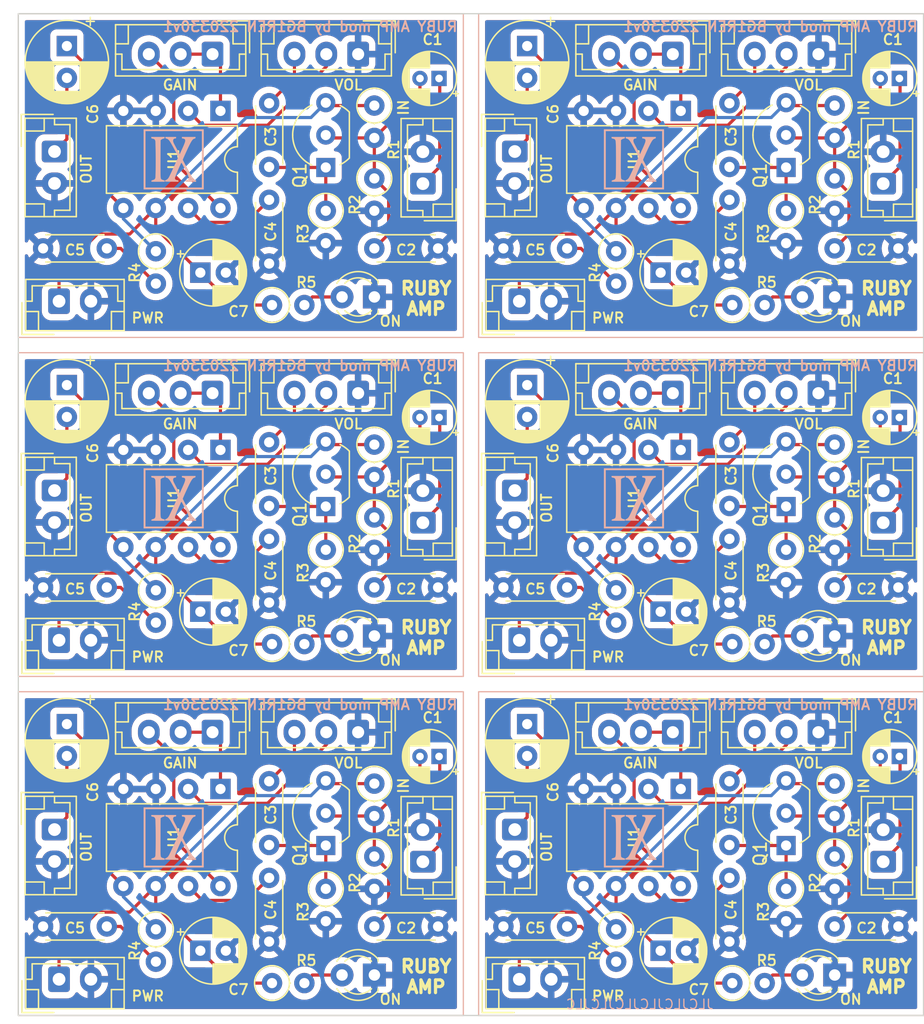
<source format=kicad_pcb>
(kicad_pcb (version 20211014) (generator pcbnew)
  (layers (0 "F.Cu" signal) (31 "B.Cu" signal) (34 "B.Paste" user) (35 "F.Paste" user) (36 "B.SilkS" user "B.Silkscreen") (37 "F.SilkS" user "F.Silkscreen") (38 "B.Mask" user) (39 "F.Mask" user) (44 "Edge.Cuts" user))
  (net 0 "")
  (net 1 "Board_0-9V")
  (net 2 "Board_0-GND")
  (net 3 "Board_0-IN")
  (net 4 "Board_0-Net-(C1-Pad2)")
  (net 5 "Board_0-Net-(C3-Pad1)")
  (net 6 "Board_0-Net-(C3-Pad2)")
  (net 7 "Board_0-Net-(C4-Pad1)")
  (net 8 "Board_0-Net-(C5-Pad1)")
  (net 9 "Board_0-Net-(C6-Pad1)")
  (net 10 "Board_0-Net-(D1-Pad2)")
  (net 11 "Board_0-Net-(RV1-Pad2)")
  (net 12 "Board_0-Net-(RV2-Pad1)")
  (net 13 "Board_0-Net-(RV2-Pad3)")
  (net 14 "Board_0-OUT")
  (net 15 "Board_1-9V")
  (net 16 "Board_1-GND")
  (net 17 "Board_1-IN")
  (net 18 "Board_1-Net-(C1-Pad2)")
  (net 19 "Board_1-Net-(C3-Pad1)")
  (net 20 "Board_1-Net-(C3-Pad2)")
  (net 21 "Board_1-Net-(C4-Pad1)")
  (net 22 "Board_1-Net-(C5-Pad1)")
  (net 23 "Board_1-Net-(C6-Pad1)")
  (net 24 "Board_1-Net-(D1-Pad2)")
  (net 25 "Board_1-Net-(RV1-Pad2)")
  (net 26 "Board_1-Net-(RV2-Pad1)")
  (net 27 "Board_1-Net-(RV2-Pad3)")
  (net 28 "Board_1-OUT")
  (net 29 "Board_2-9V")
  (net 30 "Board_2-GND")
  (net 31 "Board_2-IN")
  (net 32 "Board_2-Net-(C1-Pad2)")
  (net 33 "Board_2-Net-(C3-Pad1)")
  (net 34 "Board_2-Net-(C3-Pad2)")
  (net 35 "Board_2-Net-(C4-Pad1)")
  (net 36 "Board_2-Net-(C5-Pad1)")
  (net 37 "Board_2-Net-(C6-Pad1)")
  (net 38 "Board_2-Net-(D1-Pad2)")
  (net 39 "Board_2-Net-(RV1-Pad2)")
  (net 40 "Board_2-Net-(RV2-Pad1)")
  (net 41 "Board_2-Net-(RV2-Pad3)")
  (net 42 "Board_2-OUT")
  (net 43 "Board_3-9V")
  (net 44 "Board_3-GND")
  (net 45 "Board_3-IN")
  (net 46 "Board_3-Net-(C1-Pad2)")
  (net 47 "Board_3-Net-(C3-Pad1)")
  (net 48 "Board_3-Net-(C3-Pad2)")
  (net 49 "Board_3-Net-(C4-Pad1)")
  (net 50 "Board_3-Net-(C5-Pad1)")
  (net 51 "Board_3-Net-(C6-Pad1)")
  (net 52 "Board_3-Net-(D1-Pad2)")
  (net 53 "Board_3-Net-(RV1-Pad2)")
  (net 54 "Board_3-Net-(RV2-Pad1)")
  (net 55 "Board_3-Net-(RV2-Pad3)")
  (net 56 "Board_3-OUT")
  (net 57 "Board_4-9V")
  (net 58 "Board_4-GND")
  (net 59 "Board_4-IN")
  (net 60 "Board_4-Net-(C1-Pad2)")
  (net 61 "Board_4-Net-(C3-Pad1)")
  (net 62 "Board_4-Net-(C3-Pad2)")
  (net 63 "Board_4-Net-(C4-Pad1)")
  (net 64 "Board_4-Net-(C5-Pad1)")
  (net 65 "Board_4-Net-(C6-Pad1)")
  (net 66 "Board_4-Net-(D1-Pad2)")
  (net 67 "Board_4-Net-(RV1-Pad2)")
  (net 68 "Board_4-Net-(RV2-Pad1)")
  (net 69 "Board_4-Net-(RV2-Pad3)")
  (net 70 "Board_4-OUT")
  (net 71 "Board_5-9V")
  (net 72 "Board_5-GND")
  (net 73 "Board_5-IN")
  (net 74 "Board_5-Net-(C1-Pad2)")
  (net 75 "Board_5-Net-(C3-Pad1)")
  (net 76 "Board_5-Net-(C3-Pad2)")
  (net 77 "Board_5-Net-(C4-Pad1)")
  (net 78 "Board_5-Net-(C5-Pad1)")
  (net 79 "Board_5-Net-(C6-Pad1)")
  (net 80 "Board_5-Net-(D1-Pad2)")
  (net 81 "Board_5-Net-(RV1-Pad2)")
  (net 82 "Board_5-Net-(RV2-Pad1)")
  (net 83 "Board_5-Net-(RV2-Pad3)")
  (net 84 "Board_5-OUT")
  (footprint "Connector_JST:JST_EH_B2B-EH-A_1x02_P2.50mm_Vertical" (layer "F.Cu") (at 82.875 81.535 90)
    (fp_text reference "J2" hide)
    (fp_text value "IN")
  )
  (footprint "Capacitor_THT:CP_Radial_D5.0mm_P2.00mm" (layer "F.Cu") (at 29.284888 61.92)
    (fp_text reference "C7")
    (fp_text value "100u")
  )
  (footprint "Capacitor_THT:C_Disc_D4.3mm_W1.9mm_P5.00mm" (layer "F.Cu") (at 42.94 86.615)
    (fp_text reference "C2")
    (fp_text value "330p")
  )
  (footprint "Capacitor_THT:C_Disc_D4.3mm_W1.9mm_P5.00mm" (layer "F.Cu") (at 70.81 82.805 -90)
    (fp_text reference "C4")
    (fp_text value "100n")
  )
  (footprint "Capacitor_THT:C_Disc_D4.3mm_W1.9mm_P5.00mm" (layer "F.Cu") (at 79.065 33.415)
    (fp_text reference "C2")
    (fp_text value "330p")
  )
  (footprint "Connector_JST:JST_EH_B2B-EH-A_1x02_P2.50mm_Vertical" (layer "F.Cu") (at 17.84 79.015 -90)
    (fp_text reference "J3" hide)
    (fp_text value "OUT")
  )
  (footprint "Connector_JST:JST_EH_B3B-EH-A_1x03_P2.50mm_Vertical" (layer "F.Cu") (at 41.67 71.375 180)
    (fp_text reference "RV1" hide)
    (fp_text value "10K")
  )
  (footprint "Resistor_THT:R_Axial_DIN0207_L6.3mm_D2.5mm_P2.54mm_Vertical" (layer "F.Cu") (at 42.94 48.81 -90)
    (fp_text reference "R1")
    (fp_text value "1M")
  )
  (footprint "Package_TO_SOT_THT:TO-92_Inline_Wide" (layer "F.Cu") (at 75.255 80.265 90)
    (fp_text reference "Q1")
    (fp_text value "2N7000")
  )
  (footprint "LED_THT:LED_D3.0mm" (layer "F.Cu") (at 42.945 90.425 180)
    (fp_text reference "D1" hide)
    (fp_text value "ON")
  )
  (footprint "Connector_JST:JST_EH_B2B-EH-A_1x02_P2.50mm_Vertical" (layer "F.Cu") (at 46.75 54.935 90)
    (fp_text reference "J2" hide)
    (fp_text value "IN")
  )
  (footprint "Package_TO_SOT_THT:TO-92_Inline_Wide" (layer "F.Cu") (at 39.13 53.665 90)
    (fp_text reference "Q1")
    (fp_text value "2N7000")
  )
  (footprint "Capacitor_THT:C_Disc_D4.3mm_W1.9mm_P5.00mm" (layer "F.Cu") (at 79.065 86.615)
    (fp_text reference "C2")
    (fp_text value "330p")
  )
  (footprint "Capacitor_THT:C_Disc_D4.3mm_W1.9mm_P5.00mm" (layer "F.Cu") (at 79.065 60.015)
    (fp_text reference "C2")
    (fp_text value "330p")
  )
  (footprint "Capacitor_THT:C_Disc_D4.3mm_W1.9mm_P5.00mm" (layer "F.Cu") (at 58.07 86.615 180)
    (fp_text reference "C5")
    (fp_text value "47n")
  )
  (footprint "Package_DIP:DIP-8_W7.62mm" (layer "F.Cu") (at 66.99 75.83 -90)
    (fp_text reference "U1")
    (fp_text value "LM386")
  )
  (footprint "Capacitor_THT:C_Disc_D4.3mm_W1.9mm_P5.00mm" (layer "F.Cu") (at 42.94 33.415)
    (fp_text reference "C2")
    (fp_text value "330p")
  )
  (footprint "Capacitor_THT:C_Disc_D4.3mm_W1.9mm_P5.00mm" (layer "F.Cu") (at 70.81 29.605 -90)
    (fp_text reference "C4")
    (fp_text value "100n")
  )
  (footprint "LED_THT:LED_D3.0mm" (layer "F.Cu") (at 42.945 37.225 180)
    (fp_text reference "D1" hide)
    (fp_text value "ON")
  )
  (footprint "Resistor_THT:R_Axial_DIN0207_L6.3mm_D2.5mm_P2.54mm_Vertical" (layer "F.Cu") (at 25.795 60.24 -90)
    (fp_text reference "R4")
    (fp_text value "10")
  )
  (footprint "LED_THT:LED_D3.0mm" (layer "F.Cu") (at 79.07 63.825 180)
    (fp_text reference "D1" hide)
    (fp_text value "ON")
  )
  (footprint "Package_DIP:DIP-8_W7.62mm" (layer "F.Cu") (at 30.865 49.23 -90)
    (fp_text reference "U1")
    (fp_text value "LM386")
  )
  (footprint "Capacitor_THT:C_Disc_D4.3mm_W1.9mm_P5.00mm" (layer "F.Cu") (at 34.685 27.025 90)
    (fp_text reference "C3")
    (fp_text value "47n")
  )
  (footprint "Capacitor_THT:C_Disc_D4.3mm_W1.9mm_P5.00mm" (layer "F.Cu") (at 34.685 82.805 -90)
    (fp_text reference "C4")
    (fp_text value "100n")
  )
  (footprint "Capacitor_THT:CP_Radial_D6.3mm_P2.50mm" (layer "F.Cu") (at 18.81 17.54 -90)
    (fp_text reference "C6")
    (fp_text value "220u")
  )
  (footprint "Resistor_THT:R_Axial_DIN0207_L6.3mm_D2.5mm_P2.54mm_Vertical" (layer "F.Cu") (at 79.065 81.125 -90)
    (fp_text reference "R2")
    (fp_text value "1M")
  )
  (footprint "Connector_JST:JST_EH_B3B-EH-A_1x03_P2.50mm_Vertical" (layer "F.Cu") (at 77.795 18.175 180)
    (fp_text reference "RV1" hide)
    (fp_text value "10K")
  )
  (footprint "Capacitor_THT:CP_Radial_D4.0mm_P1.50mm" (layer "F.Cu") (at 48.02 73.28 180)
    (fp_text reference "C1")
    (fp_text value "10u")
  )
  (footprint "Capacitor_THT:CP_Radial_D4.0mm_P1.50mm" (layer "F.Cu") (at 84.145 46.68 180)
    (fp_text reference "C1")
    (fp_text value "10u")
  )
  (footprint "Capacitor_THT:CP_Radial_D4.0mm_P1.50mm" (layer "F.Cu") (at 48.02 46.68 180)
    (fp_text reference "C1")
    (fp_text value "10u")
  )
  (footprint "Capacitor_THT:CP_Radial_D5.0mm_P2.00mm" (layer "F.Cu") (at 29.284888 35.32)
    (fp_text reference "C7")
    (fp_text value "100u")
  )
  (footprint "Connector_JST:JST_EH_B3B-EH-A_1x03_P2.50mm_Vertical" (layer "F.Cu") (at 41.67 44.775 180)
    (fp_text reference "RV1" hide)
    (fp_text value "10K")
  )
  (footprint "Package_DIP:DIP-8_W7.62mm" (layer "F.Cu") (at 30.865 22.63 -90)
    (fp_text reference "U1")
    (fp_text value "LM386")
  )
  (footprint "Resistor_THT:R_Axial_DIN0207_L6.3mm_D2.5mm_P2.54mm_Vertical" (layer "F.Cu") (at 79.065 22.21 -90)
    (fp_text reference "R1")
    (fp_text value "1M")
  )
  (footprint "Capacitor_THT:CP_Radial_D5.0mm_P2.00mm" (layer "F.Cu") (at 29.284888 88.52)
    (fp_text reference "C7")
    (fp_text value "100u")
  )
  (footprint "Connector_JST:JST_EH_B3B-EH-A_1x03_P2.50mm_Vertical" (layer "F.Cu") (at 30.24 71.375 180)
    (fp_text reference "RV2" hide)
    (fp_text value "1K")
  )
  (footprint "Connector_JST:JST_EH_B3B-EH-A_1x03_P2.50mm_Vertical" (layer "F.Cu") (at 77.795 71.375 180)
    (fp_text reference "RV1" hide)
    (fp_text value "10K")
  )
  (footprint "LED_THT:LED_D3.0mm" (layer "F.Cu") (at 79.07 37.225 180)
    (fp_text reference "D1" hide)
    (fp_text value "ON")
  )
  (footprint "Capacitor_THT:C_Disc_D4.3mm_W1.9mm_P5.00mm" (layer "F.Cu") (at 70.81 56.205 -90)
    (fp_text reference "C4")
    (fp_text value "100n")
  )
  (footprint "Connector_JST:JST_EH_B2B-EH-A_1x02_P2.50mm_Vertical" (layer "F.Cu") (at 82.875 54.935 90)
    (fp_text reference "J2" hide)
    (fp_text value "IN")
  )
  (footprint "Resistor_THT:R_Axial_DIN0207_L6.3mm_D2.5mm_P2.54mm_Vertical" (layer "F.Cu") (at 79.065 27.925 -90)
    (fp_text reference "R2")
    (fp_text value "1M")
  )
  (footprint "Connector_JST:JST_EH_B2B-EH-A_1x02_P2.50mm_Vertical" (layer "F.Cu") (at 54.32 90.76)
    (fp_text reference "J1" hide)
    (fp_text value "PWR")
  )
  (footprint "Resistor_THT:R_Axial_DIN0207_L6.3mm_D2.5mm_P2.54mm_Vertical" (layer "F.Cu") (at 61.92 60.24 -90)
    (fp_text reference "R4")
    (fp_text value "10")
  )
  (footprint "Capacitor_THT:C_Disc_D4.3mm_W1.9mm_P5.00mm" (layer "F.Cu") (at 21.945 60.015 180)
    (fp_text reference "C5")
    (fp_text value "47n")
  )
  (footprint "Connector_JST:JST_EH_B3B-EH-A_1x03_P2.50mm_Vertical" (layer "F.Cu") (at 66.365 18.175 180)
    (fp_text reference "RV2" hide)
    (fp_text value "1K")
  )
  (footprint "Capacitor_THT:C_Disc_D4.3mm_W1.9mm_P5.00mm" (layer "F.Cu") (at 58.07 60.015 180)
    (fp_text reference "C5")
    (fp_text value "47n")
  )
  (footprint "LED_THT:LED_D3.0mm" (layer "F.Cu") (at 79.07 90.425 180)
    (fp_text reference "D1" hide)
    (fp_text value "ON")
  )
  (footprint "Resistor_THT:R_Axial_DIN0207_L6.3mm_D2.5mm_P2.54mm_Vertical" (layer "F.Cu") (at 42.94 75.41 -90)
    (fp_text reference "R1")
    (fp_text value "1M")
  )
  (footprint "Connector_JST:JST_EH_B2B-EH-A_1x02_P2.50mm_Vertical" (layer "F.Cu") (at 82.875 28.335 90)
    (fp_text reference "J2" hide)
    (fp_text value "IN")
  )
  (footprint "Resistor_THT:R_Axial_DIN0207_L6.3mm_D2.5mm_P2.54mm_Vertical" (layer "F.Cu") (at 71.035 64.46)
    (fp_text reference "R5")
    (fp_text value "22K")
  )
  (footprint "Connector_JST:JST_EH_B2B-EH-A_1x02_P2.50mm_Vertical" (layer "F.Cu") (at 54.32 64.16)
    (fp_text reference "J1" hide)
    (fp_text value "PWR")
  )
  (footprint "Connector_JST:JST_EH_B2B-EH-A_1x02_P2.50mm_Vertical" (layer "F.Cu") (at 17.84 52.415 -90)
    (fp_text reference "J3" hide)
    (fp_text value "OUT")
  )
  (footprint "Package_TO_SOT_THT:TO-92_Inline_Wide" (layer "F.Cu") (at 75.255 53.665 90)
    (fp_text reference "Q1")
    (fp_text value "2N7000")
  )
  (footprint "Connector_JST:JST_EH_B3B-EH-A_1x03_P2.50mm_Vertical" (layer "F.Cu") (at 66.365 71.375 180)
    (fp_text reference "RV2" hide)
    (fp_text value "1K")
  )
  (footprint "Resistor_THT:R_Axial_DIN0207_L6.3mm_D2.5mm_P2.54mm_Vertical" (layer "F.Cu") (at 79.065 75.41 -90)
    (fp_text reference "R1")
    (fp_text value "1M")
  )
  (footprint "Package_TO_SOT_THT:TO-92_Inline_Wide" (layer "F.Cu") (at 39.13 27.065 90)
    (fp_text reference "Q1")
    (fp_text value "2N7000")
  )
  (footprint "Resistor_THT:R_Axial_DIN0207_L6.3mm_D2.5mm_P2.54mm_Vertical" (layer "F.Cu") (at 34.91 37.86)
    (fp_text reference "R5")
    (fp_text value "22K")
  )
  (footprint "Capacitor_THT:C_Disc_D4.3mm_W1.9mm_P5.00mm" (layer "F.Cu") (at 34.685 80.225 90)
    (fp_text reference "C3")
    (fp_text value "47n")
  )
  (footprint "Capacitor_THT:C_Disc_D4.3mm_W1.9mm_P5.00mm" (layer "F.Cu") (at 34.685 56.205 -90)
    (fp_text reference "C4")
    (fp_text value "100n")
  )
  (footprint "Resistor_THT:R_Axial_DIN0207_L6.3mm_D2.5mm_P2.54mm_Vertical" (layer "F.Cu") (at 42.94 22.21 -90)
    (fp_text reference "R1")
    (fp_text value "1M")
  )
  (footprint "Capacitor_THT:C_Disc_D4.3mm_W1.9mm_P5.00mm" (layer "F.Cu") (at 70.81 27.025 90)
    (fp_text reference "C3")
    (fp_text value "47n")
  )
  (footprint "Capacitor_THT:CP_Radial_D4.0mm_P1.50mm" (layer "F.Cu") (at 48.02 20.08 180)
    (fp_text reference "C1")
    (fp_text value "10u")
  )
  (footprint "Resistor_THT:R_Axial_DIN0207_L6.3mm_D2.5mm_P2.54mm_Vertical" (layer "F.Cu") (at 34.91 91.06)
    (fp_text reference "R5")
    (fp_text value "22K")
  )
  (footprint "Resistor_THT:R_Axial_DIN0207_L6.3mm_D2.5mm_P2.54mm_Vertical" (layer "F.Cu") (at 39.13 83.665 -90)
    (fp_text reference "R3")
    (fp_text value "22K")
  )
  (footprint "Capacitor_THT:CP_Radial_D6.3mm_P2.50mm" (layer "F.Cu") (at 54.935 70.74 -90)
    (fp_text reference "C6")
    (fp_text value "220u")
  )
  (footprint "Resistor_THT:R_Axial_DIN0207_L6.3mm_D2.5mm_P2.54mm_Vertical" (layer "F.Cu") (at 61.92 86.84 -90)
    (fp_text reference "R4")
    (fp_text value "10")
  )
  (footprint "Capacitor_THT:C_Disc_D4.3mm_W1.9mm_P5.00mm" (layer "F.Cu") (at 58.07 33.415 180)
    (fp_text reference "C5")
    (fp_text value "47n")
  )
  (footprint "Connector_JST:JST_EH_B2B-EH-A_1x02_P2.50mm_Vertical" (layer "F.Cu") (at 53.965 25.815 -90)
    (fp_text reference "J3" hide)
    (fp_text value "OUT")
  )
  (footprint "Resistor_THT:R_Axial_DIN0207_L6.3mm_D2.5mm_P2.54mm_Vertical" (layer "F.Cu") (at 75.255 83.665 -90)
    (fp_text reference "R3")
    (fp_text value "22K")
  )
  (footprint "Resistor_THT:R_Axial_DIN0207_L6.3mm_D2.5mm_P2.54mm_Vertical" (layer "F.Cu") (at 25.795 86.84 -90)
    (fp_text reference "R4")
    (fp_text value "10")
  )
  (footprint "Capacitor_THT:C_Disc_D4.3mm_W1.9mm_P5.00mm" (layer "F.Cu") (at 70.81 80.225 90)
    (fp_text reference "C3")
    (fp_text value "47n")
  )
  (footprint "Connector_JST:JST_EH_B3B-EH-A_1x03_P2.50mm_Vertical" (layer "F.Cu") (at 66.365 44.775 180)
    (fp_text reference "RV2" hide)
    (fp_text value "1K")
  )
  (footprint "Resistor_THT:R_Axial_DIN0207_L6.3mm_D2.5mm_P2.54mm_Vertical" (layer "F.Cu") (at 42.94 54.525 -90)
    (fp_text reference "R2")
    (fp_text value "1M")
  )
  (footprint "Capacitor_THT:CP_Radial_D5.0mm_P2.00mm" (layer "F.Cu") (at 65.409888 61.92)
    (fp_text reference "C7")
    (fp_text value "100u")
  )
  (footprint "LED_THT:LED_D3.0mm" (layer "F.Cu") (at 42.945 63.825 180)
    (fp_text reference "D1" hide)
    (fp_text value "ON")
  )
  (footprint "Connector_JST:JST_EH_B2B-EH-A_1x02_P2.50mm_Vertical" (layer "F.Cu") (at 53.965 52.415 -90)
    (fp_text reference "J3" hide)
    (fp_text value "OUT")
  )
  (footprint "Connector_JST:JST_EH_B2B-EH-A_1x02_P2.50mm_Vertical" (layer "F.Cu") (at 46.75 81.535 90)
    (fp_text reference "J2" hide)
    (fp_text value "IN")
  )
  (footprint "Capacitor_THT:C_Disc_D4.3mm_W1.9mm_P5.00mm" (layer "F.Cu") (at 70.81 53.625 90)
    (fp_text reference "C3")
    (fp_text value "47n")
  )
  (footprint "Capacitor_THT:CP_Radial_D5.0mm_P2.00mm" (layer "F.Cu") (at 65.409888 88.52)
    (fp_text reference "C7")
    (fp_text value "100u")
  )
  (footprint "Connector_JST:JST_EH_B2B-EH-A_1x02_P2.50mm_Vertical" (layer "F.Cu") (at 18.195 37.56)
    (fp_text reference "J1" hide)
    (fp_text value "PWR")
  )
  (footprint "Resistor_THT:R_Axial_DIN0207_L6.3mm_D2.5mm_P2.54mm_Vertical" (layer "F.Cu") (at 75.255 30.465 -90)
    (fp_text reference "R3")
    (fp_text value "22K")
  )
  (footprint "Capacitor_THT:C_Disc_D4.3mm_W1.9mm_P5.00mm" (layer "F.Cu") (at 42.94 60.015)
    (fp_text reference "C2")
    (fp_text value "330p")
  )
  (footprint "Capacitor_THT:C_Disc_D4.3mm_W1.9mm_P5.00mm" (layer "F.Cu") (at 34.685 29.605 -90)
    (fp_text reference "C4")
    (fp_text value "100n")
  )
  (footprint "Connector_JST:JST_EH_B2B-EH-A_1x02_P2.50mm_Vertical" (layer "F.Cu") (at 46.75 28.335 90)
    (fp_text reference "J2" hide)
    (fp_text value "IN")
  )
  (footprint "Resistor_THT:R_Axial_DIN0207_L6.3mm_D2.5mm_P2.54mm_Vertical" (layer "F.Cu") (at 61.92 33.64 -90)
    (fp_text reference "R4")
    (fp_text value "10")
  )
  (footprint "Capacitor_THT:CP_Radial_D6.3mm_P2.50mm" (layer "F.Cu") (at 54.935 17.54 -90)
    (fp_text reference "C6")
    (fp_text value "220u")
  )
  (footprint "Connector_JST:JST_EH_B2B-EH-A_1x02_P2.50mm_Vertical" (layer "F.Cu") (at 18.195 90.76)
    (fp_text reference "J1" hide)
    (fp_text value "PWR")
  )
  (footprint "Connector_JST:JST_EH_B2B-EH-A_1x02_P2.50mm_Vertical" (layer "F.Cu") (at 18.195 64.16)
    (fp_text reference "J1" hide)
    (fp_text value "PWR")
  )
  (footprint "Resistor_THT:R_Axial_DIN0207_L6.3mm_D2.5mm_P2.54mm_Vertical" (layer "F.Cu") (at 25.795 33.64 -90)
    (fp_text reference "R4")
    (fp_text value "10")
  )
  (footprint "Package_TO_SOT_THT:TO-92_Inline_Wide" (layer "F.Cu") (at 39.13 80.265 90)
    (fp_text reference "Q1")
    (fp_text value "2N7000")
  )
  (footprint "Package_DIP:DIP-8_W7.62mm" (layer "F.Cu") (at 66.99 22.63 -90)
    (fp_text reference "U1")
    (fp_text value "LM386")
  )
  (footprint "Resistor_THT:R_Axial_DIN0207_L6.3mm_D2.5mm_P2.54mm_Vertical" (layer "F.Cu") (at 42.94 81.125 -90)
    (fp_text reference "R2")
    (fp_text value "1M")
  )
  (footprint "Capacitor_THT:CP_Radial_D4.0mm_P1.50mm" (layer "F.Cu") (at 84.145 73.28 180)
    (fp_text reference "C1")
    (fp_text value "10u")
  )
  (footprint "Capacitor_THT:C_Disc_D4.3mm_W1.9mm_P5.00mm" (layer "F.Cu") (at 21.945 86.615 180)
    (fp_text reference "C5")
    (fp_text value "47n")
  )
  (footprint "Capacitor_THT:CP_Radial_D4.0mm_P1.50mm" (layer "F.Cu") (at 84.145 20.08 180)
    (fp_text reference "C1")
    (fp_text value "10u")
  )
  (footprint "Resistor_THT:R_Axial_DIN0207_L6.3mm_D2.5mm_P2.54mm_Vertical" (layer "F.Cu") (at 39.13 30.465 -90)
    (fp_text reference "R3")
    (fp_text value "22K")
  )
  (footprint "Resistor_THT:R_Axial_DIN0207_L6.3mm_D2.5mm_P2.54mm_Vertical" (layer "F.Cu") (at 75.255 57.065 -90)
    (fp_text reference "R3")
    (fp_text value "22K")
  )
  (footprint "Resistor_THT:R_Axial_DIN0207_L6.3mm_D2.5mm_P2.54mm_Vertical" (layer "F.Cu") (at 71.035 91.06)
    (fp_text reference "R5")
    (fp_text value "22K")
  )
  (footprint "Resistor_THT:R_Axial_DIN0207_L6.3mm_D2.5mm_P2.54mm_Vertical" (layer "F.Cu") (at 79.065 48.81 -90)
    (fp_text reference "R1")
    (fp_text value "1M")
  )
  (footprint "Resistor_THT:R_Axial_DIN0207_L6.3mm_D2.5mm_P2.54mm_Vertical" (layer "F.Cu") (at 42.94 27.925 -90)
    (fp_text reference "R2")
    (fp_text value "1M")
  )
  (footprint "Resistor_THT:R_Axial_DIN0207_L6.3mm_D2.5mm_P2.54mm_Vertical" (layer "F.Cu") (at 34.91 64.46)
    (fp_text reference "R5")
    (fp_text value "22K")
  )
  (footprint "Package_TO_SOT_THT:TO-92_Inline_Wide" (layer "F.Cu") (at 75.255 27.065 90)
    (fp_text reference "Q1")
    (fp_text value "2N7000")
  )
  (footprint "Resistor_THT:R_Axial_DIN0207_L6.3mm_D2.5mm_P2.54mm_Vertical" (layer "F.Cu") (at 39.13 57.065 -90)
    (fp_text reference "R3")
    (fp_text value "22K")
  )
  (footprint "Capacitor_THT:CP_Radial_D6.3mm_P2.50mm" (layer "F.Cu") (at 18.81 44.14 -90)
    (fp_text reference "C6")
    (fp_text value "220u")
  )
  (footprint "Connector_JST:JST_EH_B2B-EH-A_1x02_P2.50mm_Vertical" (layer "F.Cu") (at 17.84 25.815 -90)
    (fp_text reference "J3" hide)
    (fp_text value "OUT")
  )
  (footprint "Package_DIP:DIP-8_W7.62mm" (layer "F.Cu") (at 30.865 75.83 -90)
    (fp_text reference "U1")
    (fp_text value "LM386")
  )
  (footprint "Capacitor_THT:CP_Radial_D5.0mm_P2.00mm" (layer "F.Cu") (at 65.409888 35.32)
    (fp_text reference "C7")
    (fp_text value "100u")
  )
  (footprint "Capacitor_THT:CP_Radial_D6.3mm_P2.50mm" (layer "F.Cu") (at 18.81 70.74 -90)
    (fp_text reference "C6")
    (fp_text value "220u")
  )
  (footprint "Resistor_THT:R_Axial_DIN0207_L6.3mm_D2.5mm_P2.54mm_Vertical" (layer "F.Cu") (at 71.035 37.86)
    (fp_text reference "R5")
    (fp_text value "22K")
  )
  (footprint "Resistor_THT:R_Axial_DIN0207_L6.3mm_D2.5mm_P2.54mm_Vertical" (layer "F.Cu") (at 79.065 54.525 -90)
    (fp_text reference "R2")
    (fp_text value "1M")
  )
  (footprint "Connector_JST:JST_EH_B3B-EH-A_1x03_P2.50mm_Vertical" (layer "F.Cu") (at 30.24 44.775 180)
    (fp_text reference "RV2" hide)
    (fp_text value "1K")
  )
  (footprint "Connector_JST:JST_EH_B3B-EH-A_1x03_P2.50mm_Vertical" (layer "F.Cu") (at 77.795 44.775 180)
    (fp_text reference "RV1" hide)
    (fp_text value "10K")
  )
  (footprint "Capacitor_THT:C_Disc_D4.3mm_W1.9mm_P5.00mm" (layer "F.Cu") (at 21.945 33.415 180)
    (fp_text reference "C5")
    (fp_text value "47n")
  )
  (footprint "Package_DIP:DIP-8_W7.62mm" (layer "F.Cu") (at 66.99 49.23 -90)
    (fp_text reference "U1")
    (fp_text value "LM386")
  )
  (footprint "Capacitor_THT:C_Disc_D4.3mm_W1.9mm_P5.00mm" (layer "F.Cu") (at 34.685 53.625 90)
    (fp_text reference "C3")
    (fp_text value "47n")
  )
  (footprint "Connector_JST:JST_EH_B2B-EH-A_1x02_P2.50mm_Vertical" (layer "F.Cu") (at 53.965 79.015 -90)
    (fp_text reference "J3" hide)
    (fp_text value "OUT")
  )
  (footprint "Capacitor_THT:CP_Radial_D6.3mm_P2.50mm" (layer "F.Cu") (at 54.935 44.14 -90)
    (fp_text reference "C6")
    (fp_text value "220u")
  )
  (footprint "Connector_JST:JST_EH_B3B-EH-A_1x03_P2.50mm_Vertical" (layer "F.Cu") (at 41.67 18.175 180)
    (fp_text reference "RV1" hide)
    (fp_text value "10K")
  )
  (footprint "Connector_JST:JST_EH_B3B-EH-A_1x03_P2.50mm_Vertical" (layer "F.Cu") (at 30.24 18.175 180)
    (fp_text reference "RV2" hide)
    (fp_text value "1K")
  )
  (footprint "Connector_JST:JST_EH_B2B-EH-A_1x02_P2.50mm_Vertical" (layer "F.Cu") (at 54.32 37.56)
    (fp_text reference "J1" hide)
    (fp_text value "PWR")
  )
  (footprint "xi:xi-logo-c-05_05" (layer "B.Cu") (at 27.192 26.43 180)
    (fp_text reference "G***" hide)
    (fp_text value "LOGO" hide)
  )
  (footprint "xi:xi-logo-c-05_05" (layer "B.Cu") (at 27.192 79.63 180)
    (fp_text reference "G***" hide)
    (fp_text value "LOGO" hide)
  )
  (footprint "xi:xi-logo-c-05_05" (layer "B.Cu") (at 63.317 53.03 180)
    (fp_text reference "G***" hide)
    (fp_text value "LOGO" hide)
  )
  (footprint "xi:xi-logo-c-05_05" (layer "B.Cu") (at 63.317 26.43 180)
    (fp_text reference "G***" hide)
    (fp_text value "LOGO" hide)
  )
  (footprint "xi:xi-logo-c-05_05" (layer "B.Cu") (at 63.317 79.63 180)
    (fp_text reference "G***" hide)
    (fp_text value "LOGO" hide)
  )
  (footprint "xi:xi-logo-c-05_05" (layer "B.Cu") (at 27.192 53.03 180)
    (fp_text reference "G***" hide)
    (fp_text value "LOGO" hide)
  )
  (gr_rect (start 15 68.2) (end 49.925 93.6) (layer "B.SilkS") (width 0.1) (fill none))
  (gr_rect (start 51.125 41.6) (end 86.05 67) (layer "B.SilkS") (width 0.1) (fill none))
  (gr_rect (start 15 41.6) (end 49.925 67) (layer "B.SilkS") (width 0.1) (fill none))
  (gr_rect (start 15 15) (end 49.925 40.4) (layer "B.SilkS") (width 0.1) (fill none))
  (gr_rect (start 51.125 68.2) (end 86.05 93.6) (layer "B.SilkS") (width 0.1) (fill none))
  (gr_rect (start 51.125 15) (end 86.05 40.4) (layer "B.SilkS") (width 0.1) (fill none))
  (gr_line (start 15 93.6) (end 86.05 93.6) (layer "Edge.Cuts") (width 0.1))
  (gr_line (start 86.05 93.6) (end 86.05 15) (layer "Edge.Cuts") (width 0.1))
  (gr_line (start 86.05 15) (end 15 15) (layer "Edge.Cuts") (width 0.1))
  (gr_line (start 15 15) (end 15 93.6) (layer "Edge.Cuts") (width 0.1))
  (gr_text "JLCJLCJLCJLCJLCJLC" (at 63.768 92.724) (layer "B.SilkS") (effects (font (size 0.75 0.75) (thickness 0.1)) (justify mirror)))
  (gr_text "RUBY AMP mod by BG1REN 220330v1\n" (at 49.544 16.016) (layer "B.SilkS") (effects (font (size 0.8 0.8)) (justify left mirror)))
  (gr_text "RUBY AMP mod by BG1REN 220330v1\n" (at 85.669 16.016) (layer "B.SilkS") (effects (font (size 0.8 0.8)) (justify left mirror)))
  (gr_text "RUBY AMP mod by BG1REN 220330v1\n" (at 49.544 69.216) (layer "B.SilkS") (effects (font (size 0.8 0.8)) (justify left mirror)))
  (gr_text "RUBY AMP mod by BG1REN 220330v1\n" (at 85.669 69.216) (layer "B.SilkS") (effects (font (size 0.8 0.8)) (justify left mirror)))
  (gr_text "RUBY AMP mod by BG1REN 220330v1\n" (at 85.669 42.616) (layer "B.SilkS") (effects (font (size 0.8 0.8)) (justify left mirror)))
  (gr_text "RUBY AMP mod by BG1REN 220330v1\n" (at 49.544 42.616) (layer "B.SilkS") (effects (font (size 0.8 0.8)) (justify left mirror)))
  (gr_text "GAIN" (at 27.7 20.588) (layer "F.SilkS") (effects (font (size 0.8 0.8))))
  (gr_text "GAIN" (at 27.7 73.788) (layer "F.SilkS") (effects (font (size 0.8 0.8))))
  (gr_text "GAIN" (at 63.825 73.788) (layer "F.SilkS") (effects (font (size 0.8 0.8))))
  (gr_text "GAIN" (at 63.825 47.188) (layer "F.SilkS") (effects (font (size 0.8 0.8))))
  (gr_text "GAIN" (at 27.7 47.188) (layer "F.SilkS") (effects (font (size 0.8 0.8))))
  (gr_text "GAIN" (at 63.825 20.588) (layer "F.SilkS") (effects (font (size 0.8 0.8))))
  (gr_text "RUBY\nAMP" (at 47.004 37.352) (layer "F.SilkS") (effects (font (size 1 1) (thickness 0.25))))
  (gr_text "RUBY\nAMP" (at 83.129 37.352) (layer "F.SilkS") (effects (font (size 1 1) (thickness 0.25))))
  (gr_text "RUBY\nAMP" (at 83.129 63.952) (layer "F.SilkS") (effects (font (size 1 1) (thickness 0.25))))
  (gr_text "RUBY\nAMP" (at 83.129 90.552) (layer "F.SilkS") (effects (font (size 1 1) (thickness 0.25))))
  (gr_text "RUBY\nAMP" (at 47.004 90.552) (layer "F.SilkS") (effects (font (size 1 1) (thickness 0.25))))
  (gr_text "RUBY\nAMP" (at 47.004 63.952) (layer "F.SilkS") (effects (font (size 1 1) (thickness 0.25))))
  (gr_text "VOL" (at 40.908 20.588) (layer "F.SilkS") (effects (font (size 0.8 0.8))))
  (gr_text "VOL" (at 77.033 73.788) (layer "F.SilkS") (effects (font (size 0.8 0.8))))
  (gr_text "VOL" (at 40.908 73.788) (layer "F.SilkS") (effects (font (size 0.8 0.8))))
  (gr_text "VOL" (at 40.908 47.188) (layer "F.SilkS") (effects (font (size 0.8 0.8))))
  (gr_text "VOL" (at 77.033 20.588) (layer "F.SilkS") (effects (font (size 0.8 0.8))))
  (gr_text "VOL" (at 77.033 47.188) (layer "F.SilkS") (effects (font (size 0.8 0.8))))
  (segment (start 31.824888 37.86) (end 29.284888 35.32) (width 0.25) (layer "F.Cu") (net 1))
  (segment (start 39.355 22.21) (end 39.13 21.985) (width 0.25) (layer "F.Cu") (net 1))
  (segment (start 25.785 30.25) (end 23.744511 32.290489) (width 0.25) (layer "F.Cu") (net 1))
  (segment (start 18.195 35.3) (end 18.195 37.56) (width 0.25) (layer "F.Cu") (net 1))
  (segment (start 34.91 37.86) (end 31.824888 37.86) (width 0.25) (layer "F.Cu") (net 1))
  (segment (start 25.785 31.820112) (end 29.284888 35.32) (width 0.25) (layer "F.Cu") (net 1))
  (segment (start 23.744511 32.290489) (end 21.204511 32.290489) (width 0.25) (layer "F.Cu") (net 1))
  (segment (start 42.94 22.21) (end 39.355 22.21) (width 0.25) (layer "F.Cu") (net 1))
  (segment (start 25.785 30.25) (end 25.785 31.820112) (width 0.25) (layer "F.Cu") (net 1))
  (segment (start 21.204511 32.290489) (end 18.195 35.3) (width 0.25) (layer "F.Cu") (net 1))
  (segment (start 32.885489 23.149511) (end 37.965489 23.149511) (width 0.25) (layer "B.Cu") (net 1))
  (segment (start 25.785 30.25) (end 32.885489 23.149511) (width 0.25) (layer "B.Cu") (net 1))
  (segment (start 37.965489 23.149511) (end 39.13 21.985) (width 0.25) (layer "B.Cu") (net 1))
  (segment (start 48.07452 27.01048) (end 46.75 28.335) (width 0.25) (layer "F.Cu") (net 3))
  (segment (start 48.07452 20.13452) (end 48.07452 27.01048) (width 0.25) (layer "F.Cu") (net 3))
  (segment (start 48.02 20.08) (end 48.07452 20.13452) (width 0.25) (layer "F.Cu") (net 3))
  (segment (start 46.52 21.17) (end 42.94 24.75) (width 0.25) (layer "F.Cu") (net 4))
  (segment (start 42.94 24.75) (end 42.94 27.925) (width 0.25) (layer "F.Cu") (net 4))
  (segment (start 46.52 20.08) (end 46.52 21.17) (width 0.25) (layer "F.Cu") (net 4))
  (segment (start 39.355 24.75) (end 39.13 24.525) (width 0.25) (layer "F.Cu") (net 4))
  (segment (start 44.064511 32.290489) (end 44.064511 29.049511) (width 0.25) (layer "F.Cu") (net 4))
  (segment (start 44.064511 29.049511) (end 42.94 27.925) (width 0.25) (layer "F.Cu") (net 4))
  (segment (start 42.94 33.415) (end 44.064511 32.290489) (width 0.25) (layer "F.Cu") (net 4))
  (segment (start 42.94 24.75) (end 39.355 24.75) (width 0.25) (layer "F.Cu") (net 4))
  (segment (start 39.13 27.065) (end 39.13 30.465) (width 0.25) (layer "F.Cu") (net 5))
  (segment (start 39.13 27.065) (end 34.725 27.065) (width 0.25) (layer "F.Cu") (net 5))
  (segment (start 34.725 27.065) (end 34.685 27.025) (width 0.25) (layer "F.Cu") (net 5))
  (segment (start 36.67 18.175) (end 36.67 20.04) (width 0.25) (layer "F.Cu") (net 6))
  (segment (start 36.67 20.04) (end 34.685 22.025) (width 0.25) (layer "F.Cu") (net 6))
  (segment (start 34.685 29.605) (end 32.915489 31.374511) (width 0.25) (layer "F.Cu") (net 7))
  (segment (start 32.915489 31.374511) (end 29.449511 31.374511) (width 0.25) (layer "F.Cu") (net 7))
  (segment (start 29.449511 31.374511) (end 28.325 30.25) (width 0.25) (layer "F.Cu") (net 7))
  (segment (start 23.03 33.415) (end 21.945 33.415) (width 0.25) (layer "F.Cu") (net 8))
  (segment (start 25.795 36.18) (end 23.03 33.415) (width 0.25) (layer "F.Cu") (net 8))
  (segment (start 20.715 19.445) (end 18.81 17.54) (width 0.25) (layer "F.Cu") (net 9))
  (segment (start 23.245 30.25) (end 20.715 27.72) (width 0.25) (layer "F.Cu") (net 9))
  (segment (start 20.715 27.72) (end 20.715 19.445) (width 0.25) (layer "F.Cu") (net 9))
  (segment (start 25.795 33.64) (end 23.245 31.09) (width 0.25) (layer "B.Cu") (net 9))
  (segment (start 23.245 31.09) (end 23.245 30.25) (width 0.25) (layer "B.Cu") (net 9))
  (segment (start 40.405 37.225) (end 38.085 37.225) (width 0.25) (layer "F.Cu") (net 10))
  (segment (start 38.085 37.225) (end 37.45 37.86) (width 0.25) (layer "F.Cu") (net 10))
  (segment (start 39.17 18.175) (end 39.17 19.15) (width 0.25) (layer "F.Cu") (net 11))
  (segment (start 39.17 19.15) (end 34.565489 23.754511) (width 0.25) (layer "F.Cu") (net 11))
  (segment (start 29.449511 23.754511) (end 28.325 22.63) (width 0.25) (layer "F.Cu") (net 11))
  (segment (start 34.565489 23.754511) (end 29.449511 23.754511) (width 0.25) (layer "F.Cu") (net 11))
  (segment (start 30.24 18.175) (end 30.865 18.8) (width 0.25) (layer "F.Cu") (net 12))
  (segment (start 27.74 18.175) (end 30.24 18.175) (width 0.25) (layer "F.Cu") (net 12))
  (segment (start 30.865 18.8) (end 30.865 22.63) (width 0.25) (layer "F.Cu") (net 12))
  (segment (start 27.200489 26.585489) (end 30.865 30.25) (width 0.25) (layer "F.Cu") (net 13))
  (segment (start 25.24 18.175) (end 27.200489 20.135489) (width 0.25) (layer "F.Cu") (net 13))
  (segment (start 27.200489 20.135489) (end 27.200489 26.585489) (width 0.25) (layer "F.Cu") (net 13))
  (segment (start 18.81 20.04) (end 18.81 24.845) (width 0.25) (layer "F.Cu") (net 14))
  (segment (start 18.81 24.845) (end 17.84 25.815) (width 0.25) (layer "F.Cu") (net 14))
  (segment (start 67.949888 37.86) (end 65.409888 35.32) (width 0.25) (layer "F.Cu") (net 15))
  (segment (start 75.48 22.21) (end 75.255 21.985) (width 0.25) (layer "F.Cu") (net 15))
  (segment (start 61.91 30.25) (end 59.869511 32.290489) (width 0.25) (layer "F.Cu") (net 15))
  (segment (start 54.32 35.3) (end 54.32 37.56) (width 0.25) (layer "F.Cu") (net 15))
  (segment (start 71.035 37.86) (end 67.949888 37.86) (width 0.25) (layer "F.Cu") (net 15))
  (segment (start 61.91 31.820112) (end 65.409888 35.32) (width 0.25) (layer "F.Cu") (net 15))
  (segment (start 59.869511 32.290489) (end 57.329511 32.290489) (width 0.25) (layer "F.Cu") (net 15))
  (segment (start 79.065 22.21) (end 75.48 22.21) (width 0.25) (layer "F.Cu") (net 15))
  (segment (start 61.91 30.25) (end 61.91 31.820112) (width 0.25) (layer "F.Cu") (net 15))
  (segment (start 57.329511 32.290489) (end 54.32 35.3) (width 0.25) (layer "F.Cu") (net 15))
  (segment (start 69.010489 23.149511) (end 74.090489 23.149511) (width 0.25) (layer "B.Cu") (net 15))
  (segment (start 61.91 30.25) (end 69.010489 23.149511) (width 0.25) (layer "B.Cu") (net 15))
  (segment (start 74.090489 23.149511) (end 75.255 21.985) (width 0.25) (layer "B.Cu") (net 15))
  (segment (start 84.19952 27.01048) (end 82.875 28.335) (width 0.25) (layer "F.Cu") (net 17))
  (segment (start 84.19952 20.13452) (end 84.19952 27.01048) (width 0.25) (layer "F.Cu") (net 17))
  (segment (start 84.145 20.08) (end 84.19952 20.13452) (width 0.25) (layer "F.Cu") (net 17))
  (segment (start 82.645 21.17) (end 79.065 24.75) (width 0.25) (layer "F.Cu") (net 18))
  (segment (start 79.065 24.75) (end 79.065 27.925) (width 0.25) (layer "F.Cu") (net 18))
  (segment (start 82.645 20.08) (end 82.645 21.17) (width 0.25) (layer "F.Cu") (net 18))
  (segment (start 75.48 24.75) (end 75.255 24.525) (width 0.25) (layer "F.Cu") (net 18))
  (segment (start 80.189511 32.290489) (end 80.189511 29.049511) (width 0.25) (layer "F.Cu") (net 18))
  (segment (start 80.189511 29.049511) (end 79.065 27.925) (width 0.25) (layer "F.Cu") (net 18))
  (segment (start 79.065 33.415) (end 80.189511 32.290489) (width 0.25) (layer "F.Cu") (net 18))
  (segment (start 79.065 24.75) (end 75.48 24.75) (width 0.25) (layer "F.Cu") (net 18))
  (segment (start 75.255 27.065) (end 75.255 30.465) (width 0.25) (layer "F.Cu") (net 19))
  (segment (start 75.255 27.065) (end 70.85 27.065) (width 0.25) (layer "F.Cu") (net 19))
  (segment (start 70.85 27.065) (end 70.81 27.025) (width 0.25) (layer "F.Cu") (net 19))
  (segment (start 72.795 18.175) (end 72.795 20.04) (width 0.25) (layer "F.Cu") (net 20))
  (segment (start 72.795 20.04) (end 70.81 22.025) (width 0.25) (layer "F.Cu") (net 20))
  (segment (start 70.81 29.605) (end 69.040489 31.374511) (width 0.25) (layer "F.Cu") (net 21))
  (segment (start 69.040489 31.374511) (end 65.574511 31.374511) (width 0.25) (layer "F.Cu") (net 21))
  (segment (start 65.574511 31.374511) (end 64.45 30.25) (width 0.25) (layer "F.Cu") (net 21))
  (segment (start 59.155 33.415) (end 58.07 33.415) (width 0.25) (layer "F.Cu") (net 22))
  (segment (start 61.92 36.18) (end 59.155 33.415) (width 0.25) (layer "F.Cu") (net 22))
  (segment (start 56.84 19.445) (end 54.935 17.54) (width 0.25) (layer "F.Cu") (net 23))
  (segment (start 59.37 30.25) (end 56.84 27.72) (width 0.25) (layer "F.Cu") (net 23))
  (segment (start 56.84 27.72) (end 56.84 19.445) (width 0.25) (layer "F.Cu") (net 23))
  (segment (start 61.92 33.64) (end 59.37 31.09) (width 0.25) (layer "B.Cu") (net 23))
  (segment (start 59.37 31.09) (end 59.37 30.25) (width 0.25) (layer "B.Cu") (net 23))
  (segment (start 76.53 37.225) (end 74.21 37.225) (width 0.25) (layer "F.Cu") (net 24))
  (segment (start 74.21 37.225) (end 73.575 37.86) (width 0.25) (layer "F.Cu") (net 24))
  (segment (start 75.295 18.175) (end 75.295 19.15) (width 0.25) (layer "F.Cu") (net 25))
  (segment (start 75.295 19.15) (end 70.690489 23.754511) (width 0.25) (layer "F.Cu") (net 25))
  (segment (start 65.574511 23.754511) (end 64.45 22.63) (width 0.25) (layer "F.Cu") (net 25))
  (segment (start 70.690489 23.754511) (end 65.574511 23.754511) (width 0.25) (layer "F.Cu") (net 25))
  (segment (start 66.365 18.175) (end 66.99 18.8) (width 0.25) (layer "F.Cu") (net 26))
  (segment (start 63.865 18.175) (end 66.365 18.175) (width 0.25) (layer "F.Cu") (net 26))
  (segment (start 66.99 18.8) (end 66.99 22.63) (width 0.25) (layer "F.Cu") (net 26))
  (segment (start 63.325489 26.585489) (end 66.99 30.25) (width 0.25) (layer "F.Cu") (net 27))
  (segment (start 61.365 18.175) (end 63.325489 20.135489) (width 0.25) (layer "F.Cu") (net 27))
  (segment (start 63.325489 20.135489) (end 63.325489 26.585489) (width 0.25) (layer "F.Cu") (net 27))
  (segment (start 54.935 20.04) (end 54.935 24.845) (width 0.25) (layer "F.Cu") (net 28))
  (segment (start 54.935 24.845) (end 53.965 25.815) (width 0.25) (layer "F.Cu") (net 28))
  (segment (start 31.824888 64.46) (end 29.284888 61.92) (width 0.25) (layer "F.Cu") (net 29))
  (segment (start 39.355 48.81) (end 39.13 48.585) (width 0.25) (layer "F.Cu") (net 29))
  (segment (start 25.785 56.85) (end 23.744511 58.890489) (width 0.25) (layer "F.Cu") (net 29))
  (segment (start 18.195 61.9) (end 18.195 64.16) (width 0.25) (layer "F.Cu") (net 29))
  (segment (start 34.91 64.46) (end 31.824888 64.46) (width 0.25) (layer "F.Cu") (net 29))
  (segment (start 25.785 58.420112) (end 29.284888 61.92) (width 0.25) (layer "F.Cu") (net 29))
  (segment (start 23.744511 58.890489) (end 21.204511 58.890489) (width 0.25) (layer "F.Cu") (net 29))
  (segment (start 42.94 48.81) (end 39.355 48.81) (width 0.25) (layer "F.Cu") (net 29))
  (segment (start 25.785 56.85) (end 25.785 58.420112) (width 0.25) (layer "F.Cu") (net 29))
  (segment (start 21.204511 58.890489) (end 18.195 61.9) (width 0.25) (layer "F.Cu") (net 29))
  (segment (start 32.885489 49.749511) (end 37.965489 49.749511) (width 0.25) (layer "B.Cu") (net 29))
  (segment (start 25.785 56.85) (end 32.885489 49.749511) (width 0.25) (layer "B.Cu") (net 29))
  (segment (start 37.965489 49.749511) (end 39.13 48.585) (width 0.25) (layer "B.Cu") (net 29))
  (segment (start 48.07452 53.61048) (end 46.75 54.935) (width 0.25) (layer "F.Cu") (net 31))
  (segment (start 48.07452 46.73452) (end 48.07452 53.61048) (width 0.25) (layer "F.Cu") (net 31))
  (segment (start 48.02 46.68) (end 48.07452 46.73452) (width 0.25) (layer "F.Cu") (net 31))
  (segment (start 46.52 47.77) (end 42.94 51.35) (width 0.25) (layer "F.Cu") (net 32))
  (segment (start 42.94 51.35) (end 42.94 54.525) (width 0.25) (layer "F.Cu") (net 32))
  (segment (start 46.52 46.68) (end 46.52 47.77) (width 0.25) (layer "F.Cu") (net 32))
  (segment (start 39.355 51.35) (end 39.13 51.125) (width 0.25) (layer "F.Cu") (net 32))
  (segment (start 44.064511 58.890489) (end 44.064511 55.649511) (width 0.25) (layer "F.Cu") (net 32))
  (segment (start 44.064511 55.649511) (end 42.94 54.525) (width 0.25) (layer "F.Cu") (net 32))
  (segment (start 42.94 60.015) (end 44.064511 58.890489) (width 0.25) (layer "F.Cu") (net 32))
  (segment (start 42.94 51.35) (end 39.355 51.35) (width 0.25) (layer "F.Cu") (net 32))
  (segment (start 39.13 53.665) (end 39.13 57.065) (width 0.25) (layer "F.Cu") (net 33))
  (segment (start 39.13 53.665) (end 34.725 53.665) (width 0.25) (layer "F.Cu") (net 33))
  (segment (start 34.725 53.665) (end 34.685 53.625) (width 0.25) (layer "F.Cu") (net 33))
  (segment (start 36.67 44.775) (end 36.67 46.64) (width 0.25) (layer "F.Cu") (net 34))
  (segment (start 36.67 46.64) (end 34.685 48.625) (width 0.25) (layer "F.Cu") (net 34))
  (segment (start 34.685 56.205) (end 32.915489 57.974511) (width 0.25) (layer "F.Cu") (net 35))
  (segment (start 32.915489 57.974511) (end 29.449511 57.974511) (width 0.25) (layer "F.Cu") (net 35))
  (segment (start 29.449511 57.974511) (end 28.325 56.85) (width 0.25) (layer "F.Cu") (net 35))
  (segment (start 23.03 60.015) (end 21.945 60.015) (width 0.25) (layer "F.Cu") (net 36))
  (segment (start 25.795 62.78) (end 23.03 60.015) (width 0.25) (layer "F.Cu") (net 36))
  (segment (start 20.715 46.045) (end 18.81 44.14) (width 0.25) (layer "F.Cu") (net 37))
  (segment (start 23.245 56.85) (end 20.715 54.32) (width 0.25) (layer "F.Cu") (net 37))
  (segment (start 20.715 54.32) (end 20.715 46.045) (width 0.25) (layer "F.Cu") (net 37))
  (segment (start 25.795 60.24) (end 23.245 57.69) (width 0.25) (layer "B.Cu") (net 37))
  (segment (start 23.245 57.69) (end 23.245 56.85) (width 0.25) (layer "B.Cu") (net 37))
  (segment (start 40.405 63.825) (end 38.085 63.825) (width 0.25) (layer "F.Cu") (net 38))
  (segment (start 38.085 63.825) (end 37.45 64.46) (width 0.25) (layer "F.Cu") (net 38))
  (segment (start 39.17 44.775) (end 39.17 45.75) (width 0.25) (layer "F.Cu") (net 39))
  (segment (start 39.17 45.75) (end 34.565489 50.354511) (width 0.25) (layer "F.Cu") (net 39))
  (segment (start 29.449511 50.354511) (end 28.325 49.23) (width 0.25) (layer "F.Cu") (net 39))
  (segment (start 34.565489 50.354511) (end 29.449511 50.354511) (width 0.25) (layer "F.Cu") (net 39))
  (segment (start 30.24 44.775) (end 30.865 45.4) (width 0.25) (layer "F.Cu") (net 40))
  (segment (start 27.74 44.775) (end 30.24 44.775) (width 0.25) (layer "F.Cu") (net 40))
  (segment (start 30.865 45.4) (end 30.865 49.23) (width 0.25) (layer "F.Cu") (net 40))
  (segment (start 27.200489 53.185489) (end 30.865 56.85) (width 0.25) (layer "F.Cu") (net 41))
  (segment (start 25.24 44.775) (end 27.200489 46.735489) (width 0.25) (layer "F.Cu") (net 41))
  (segment (start 27.200489 46.735489) (end 27.200489 53.185489) (width 0.25) (layer "F.Cu") (net 41))
  (segment (start 18.81 46.64) (end 18.81 51.445) (width 0.25) (layer "F.Cu") (net 42))
  (segment (start 18.81 51.445) (end 17.84 52.415) (width 0.25) (layer "F.Cu") (net 42))
  (segment (start 67.949888 64.46) (end 65.409888 61.92) (width 0.25) (layer "F.Cu") (net 43))
  (segment (start 75.48 48.81) (end 75.255 48.585) (width 0.25) (layer "F.Cu") (net 43))
  (segment (start 61.91 56.85) (end 59.869511 58.890489) (width 0.25) (layer "F.Cu") (net 43))
  (segment (start 54.32 61.9) (end 54.32 64.16) (width 0.25) (layer "F.Cu") (net 43))
  (segment (start 71.035 64.46) (end 67.949888 64.46) (width 0.25) (layer "F.Cu") (net 43))
  (segment (start 61.91 58.420112) (end 65.409888 61.92) (width 0.25) (layer "F.Cu") (net 43))
  (segment (start 59.869511 58.890489) (end 57.329511 58.890489) (width 0.25) (layer "F.Cu") (net 43))
  (segment (start 79.065 48.81) (end 75.48 48.81) (width 0.25) (layer "F.Cu") (net 43))
  (segment (start 61.91 56.85) (end 61.91 58.420112) (width 0.25) (layer "F.Cu") (net 43))
  (segment (start 57.329511 58.890489) (end 54.32 61.9) (width 0.25) (layer "F.Cu") (net 43))
  (segment (start 69.010489 49.749511) (end 74.090489 49.749511) (width 0.25) (layer "B.Cu") (net 43))
  (segment (start 61.91 56.85) (end 69.010489 49.749511) (width 0.25) (layer "B.Cu") (net 43))
  (segment (start 74.090489 49.749511) (end 75.255 48.585) (width 0.25) (layer "B.Cu") (net 43))
  (segment (start 84.19952 53.61048) (end 82.875 54.935) (width 0.25) (layer "F.Cu") (net 45))
  (segment (start 84.19952 46.73452) (end 84.19952 53.61048) (width 0.25) (layer "F.Cu") (net 45))
  (segment (start 84.145 46.68) (end 84.19952 46.73452) (width 0.25) (layer "F.Cu") (net 45))
  (segment (start 82.645 47.77) (end 79.065 51.35) (width 0.25) (layer "F.Cu") (net 46))
  (segment (start 79.065 51.35) (end 79.065 54.525) (width 0.25) (layer "F.Cu") (net 46))
  (segment (start 82.645 46.68) (end 82.645 47.77) (width 0.25) (layer "F.Cu") (net 46))
  (segment (start 75.48 51.35) (end 75.255 51.125) (width 0.25) (layer "F.Cu") (net 46))
  (segment (start 80.189511 58.890489) (end 80.189511 55.649511) (width 0.25) (layer "F.Cu") (net 46))
  (segment (start 80.189511 55.649511) (end 79.065 54.525) (width 0.25) (layer "F.Cu") (net 46))
  (segment (start 79.065 60.015) (end 80.189511 58.890489) (width 0.25) (layer "F.Cu") (net 46))
  (segment (start 79.065 51.35) (end 75.48 51.35) (width 0.25) (layer "F.Cu") (net 46))
  (segment (start 75.255 53.665) (end 75.255 57.065) (width 0.25) (layer "F.Cu") (net 47))
  (segment (start 75.255 53.665) (end 70.85 53.665) (width 0.25) (layer "F.Cu") (net 47))
  (segment (start 70.85 53.665) (end 70.81 53.625) (width 0.25) (layer "F.Cu") (net 47))
  (segment (start 72.795 44.775) (end 72.795 46.64) (width 0.25) (layer "F.Cu") (net 48))
  (segment (start 72.795 46.64) (end 70.81 48.625) (width 0.25) (layer "F.Cu") (net 48))
  (segment (start 70.81 56.205) (end 69.040489 57.974511) (width 0.25) (layer "F.Cu") (net 49))
  (segment (start 69.040489 57.974511) (end 65.574511 57.974511) (width 0.25) (layer "F.Cu") (net 49))
  (segment (start 65.574511 57.974511) (end 64.45 56.85) (width 0.25) (layer "F.Cu") (net 49))
  (segment (start 59.155 60.015) (end 58.07 60.015) (width 0.25) (layer "F.Cu") (net 50))
  (segment (start 61.92 62.78) (end 59.155 60.015) (width 0.25) (layer "F.Cu") (net 50))
  (segment (start 56.84 46.045) (end 54.935 44.14) (width 0.25) (layer "F.Cu") (net 51))
  (segment (start 59.37 56.85) (end 56.84 54.32) (width 0.25) (layer "F.Cu") (net 51))
  (segment (start 56.84 54.32) (end 56.84 46.045) (width 0.25) (layer "F.Cu") (net 51))
  (segment (start 61.92 60.24) (end 59.37 57.69) (width 0.25) (layer "B.Cu") (net 51))
  (segment (start 59.37 57.69) (end 59.37 56.85) (width 0.25) (layer "B.Cu") (net 51))
  (segment (start 76.53 63.825) (end 74.21 63.825) (width 0.25) (layer "F.Cu") (net 52))
  (segment (start 74.21 63.825) (end 73.575 64.46) (width 0.25) (layer "F.Cu") (net 52))
  (segment (start 75.295 44.775) (end 75.295 45.75) (width 0.25) (layer "F.Cu") (net 53))
  (segment (start 75.295 45.75) (end 70.690489 50.354511) (width 0.25) (layer "F.Cu") (net 53))
  (segment (start 65.574511 50.354511) (end 64.45 49.23) (width 0.25) (layer "F.Cu") (net 53))
  (segment (start 70.690489 50.354511) (end 65.574511 50.354511) (width 0.25) (layer "F.Cu") (net 53))
  (segment (start 66.365 44.775) (end 66.99 45.4) (width 0.25) (layer "F.Cu") (net 54))
  (segment (start 63.865 44.775) (end 66.365 44.775) (width 0.25) (layer "F.Cu") (net 54))
  (segment (start 66.99 45.4) (end 66.99 49.23) (width 0.25) (layer "F.Cu") (net 54))
  (segment (start 63.325489 53.185489) (end 66.99 56.85) (width 0.25) (layer "F.Cu") (net 55))
  (segment (start 61.365 44.775) (end 63.325489 46.735489) (width 0.25) (layer "F.Cu") (net 55))
  (segment (start 63.325489 46.735489) (end 63.325489 53.185489) (width 0.25) (layer "F.Cu") (net 55))
  (segment (start 54.935 46.64) (end 54.935 51.445) (width 0.25) (layer "F.Cu") (net 56))
  (segment (start 54.935 51.445) (end 53.965 52.415) (width 0.25) (layer "F.Cu") (net 56))
  (segment (start 31.824888 91.06) (end 29.284888 88.52) (width 0.25) (layer "F.Cu") (net 57))
  (segment (start 39.355 75.41) (end 39.13 75.185) (width 0.25) (layer "F.Cu") (net 57))
  (segment (start 25.785 83.45) (end 23.744511 85.490489) (width 0.25) (layer "F.Cu") (net 57))
  (segment (start 18.195 88.5) (end 18.195 90.76) (width 0.25) (layer "F.Cu") (net 57))
  (segment (start 34.91 91.06) (end 31.824888 91.06) (width 0.25) (layer "F.Cu") (net 57))
  (segment (start 25.785 85.020112) (end 29.284888 88.52) (width 0.25) (layer "F.Cu") (net 57))
  (segment (start 23.744511 85.490489) (end 21.204511 85.490489) (width 0.25) (layer "F.Cu") (net 57))
  (segment (start 42.94 75.41) (end 39.355 75.41) (width 0.25) (layer "F.Cu") (net 57))
  (segment (start 25.785 83.45) (end 25.785 85.020112) (width 0.25) (layer "F.Cu") (net 57))
  (segment (start 21.204511 85.490489) (end 18.195 88.5) (width 0.25) (layer "F.Cu") (net 57))
  (segment (start 32.885489 76.349511) (end 37.965489 76.349511) (width 0.25) (layer "B.Cu") (net 57))
  (segment (start 25.785 83.45) (end 32.885489 76.349511) (width 0.25) (layer "B.Cu") (net 57))
  (segment (start 37.965489 76.349511) (end 39.13 75.185) (width 0.25) (layer "B.Cu") (net 57))
  (segment (start 48.07452 80.21048) (end 46.75 81.535) (width 0.25) (layer "F.Cu") (net 59))
  (segment (start 48.07452 73.33452) (end 48.07452 80.21048) (width 0.25) (layer "F.Cu") (net 59))
  (segment (start 48.02 73.28) (end 48.07452 73.33452) (width 0.25) (layer "F.Cu") (net 59))
  (segment (start 46.52 74.37) (end 42.94 77.95) (width 0.25) (layer "F.Cu") (net 60))
  (segment (start 42.94 77.95) (end 42.94 81.125) (width 0.25) (layer "F.Cu") (net 60))
  (segment (start 46.52 73.28) (end 46.52 74.37) (width 0.25) (layer "F.Cu") (net 60))
  (segment (start 39.355 77.95) (end 39.13 77.725) (width 0.25) (layer "F.Cu") (net 60))
  (segment (start 44.064511 85.490489) (end 44.064511 82.249511) (width 0.25) (layer "F.Cu") (net 60))
  (segment (start 44.064511 82.249511) (end 42.94 81.125) (width 0.25) (layer "F.Cu") (net 60))
  (segment (start 42.94 86.615) (end 44.064511 85.490489) (width 0.25) (layer "F.Cu") (net 60))
  (segment (start 42.94 77.95) (end 39.355 77.95) (width 0.25) (layer "F.Cu") (net 60))
  (segment (start 39.13 80.265) (end 39.13 83.665) (width 0.25) (layer "F.Cu") (net 61))
  (segment (start 39.13 80.265) (end 34.725 80.265) (width 0.25) (layer "F.Cu") (net 61))
  (segment (start 34.725 80.265) (end 34.685 80.225) (width 0.25) (layer "F.Cu") (net 61))
  (segment (start 36.67 71.375) (end 36.67 73.24) (width 0.25) (layer "F.Cu") (net 62))
  (segment (start 36.67 73.24) (end 34.685 75.225) (width 0.25) (layer "F.Cu") (net 62))
  (segment (start 34.685 82.805) (end 32.915489 84.574511) (width 0.25) (layer "F.Cu") (net 63))
  (segment (start 32.915489 84.574511) (end 29.449511 84.574511) (width 0.25) (layer "F.Cu") (net 63))
  (segment (start 29.449511 84.574511) (end 28.325 83.45) (width 0.25) (layer "F.Cu") (net 63))
  (segment (start 23.03 86.615) (end 21.945 86.615) (width 0.25) (layer "F.Cu") (net 64))
  (segment (start 25.795 89.38) (end 23.03 86.615) (width 0.25) (layer "F.Cu") (net 64))
  (segment (start 20.715 72.645) (end 18.81 70.74) (width 0.25) (layer "F.Cu") (net 65))
  (segment (start 23.245 83.45) (end 20.715 80.92) (width 0.25) (layer "F.Cu") (net 65))
  (segment (start 20.715 80.92) (end 20.715 72.645) (width 0.25) (layer "F.Cu") (net 65))
  (segment (start 25.795 86.84) (end 23.245 84.29) (width 0.25) (layer "B.Cu") (net 65))
  (segment (start 23.245 84.29) (end 23.245 83.45) (width 0.25) (layer "B.Cu") (net 65))
  (segment (start 40.405 90.425) (end 38.085 90.425) (width 0.25) (layer "F.Cu") (net 66))
  (segment (start 38.085 90.425) (end 37.45 91.06) (width 0.25) (layer "F.Cu") (net 66))
  (segment (start 39.17 71.375) (end 39.17 72.35) (width 0.25) (layer "F.Cu") (net 67))
  (segment (start 39.17 72.35) (end 34.565489 76.954511) (width 0.25) (layer "F.Cu") (net 67))
  (segment (start 29.449511 76.954511) (end 28.325 75.83) (width 0.25) (layer "F.Cu") (net 67))
  (segment (start 34.565489 76.954511) (end 29.449511 76.954511) (width 0.25) (layer "F.Cu") (net 67))
  (segment (start 30.24 71.375) (end 30.865 72) (width 0.25) (layer "F.Cu") (net 68))
  (segment (start 27.74 71.375) (end 30.24 71.375) (width 0.25) (layer "F.Cu") (net 68))
  (segment (start 30.865 72) (end 30.865 75.83) (width 0.25) (layer "F.Cu") (net 68))
  (segment (start 27.200489 79.785489) (end 30.865 83.45) (width 0.25) (layer "F.Cu") (net 69))
  (segment (start 25.24 71.375) (end 27.200489 73.335489) (width 0.25) (layer "F.Cu") (net 69))
  (segment (start 27.200489 73.335489) (end 27.200489 79.785489) (width 0.25) (layer "F.Cu") (net 69))
  (segment (start 18.81 73.24) (end 18.81 78.045) (width 0.25) (layer "F.Cu") (net 70))
  (segment (start 18.81 78.045) (end 17.84 79.015) (width 0.25) (layer "F.Cu") (net 70))
  (segment (start 67.949888 91.06) (end 65.409888 88.52) (width 0.25) (layer "F.Cu") (net 71))
  (segment (start 75.48 75.41) (end 75.255 75.185) (width 0.25) (layer "F.Cu") (net 71))
  (segment (start 61.91 83.45) (end 59.869511 85.490489) (width 0.25) (layer "F.Cu") (net 71))
  (segment (start 54.32 88.5) (end 54.32 90.76) (width 0.25) (layer "F.Cu") (net 71))
  (segment (start 71.035 91.06) (end 67.949888 91.06) (width 0.25) (layer "F.Cu") (net 71))
  (segment (start 61.91 85.020112) (end 65.409888 88.52) (width 0.25) (layer "F.Cu") (net 71))
  (segment (start 59.869511 85.490489) (end 57.329511 85.490489) (width 0.25) (layer "F.Cu") (net 71))
  (segment (start 79.065 75.41) (end 75.48 75.41) (width 0.25) (layer "F.Cu") (net 71))
  (segment (start 61.91 83.45) (end 61.91 85.020112) (width 0.25) (layer "F.Cu") (net 71))
  (segment (start 57.329511 85.490489) (end 54.32 88.5) (width 0.25) (layer "F.Cu") (net 71))
  (segment (start 69.010489 76.349511) (end 74.090489 76.349511) (width 0.25) (layer "B.Cu") (net 71))
  (segment (start 61.91 83.45) (end 69.010489 76.349511) (width 0.25) (layer "B.Cu") (net 71))
  (segment (start 74.090489 76.349511) (end 75.255 75.185) (width 0.25) (layer "B.Cu") (net 71))
  (segment (start 84.19952 80.21048) (end 82.875 81.535) (width 0.25) (layer "F.Cu") (net 73))
  (segment (start 84.19952 73.33452) (end 84.19952 80.21048) (width 0.25) (layer "F.Cu") (net 73))
  (segment (start 84.145 73.28) (end 84.19952 73.33452) (width 0.25) (layer "F.Cu") (net 73))
  (segment (start 82.645 74.37) (end 79.065 77.95) (width 0.25) (layer "F.Cu") (net 74))
  (segment (start 79.065 77.95) (end 79.065 81.125) (width 0.25) (layer "F.Cu") (net 74))
  (segment (start 82.645 73.28) (end 82.645 74.37) (width 0.25) (layer "F.Cu") (net 74))
  (segment (start 75.48 77.95) (end 75.255 77.725) (width 0.25) (layer "F.Cu") (net 74))
  (segment (start 80.189511 85.490489) (end 80.189511 82.249511) (width 0.25) (layer "F.Cu") (net 74))
  (segment (start 80.189511 82.249511) (end 79.065 81.125) (width 0.25) (layer "F.Cu") (net 74))
  (segment (start 79.065 86.615) (end 80.189511 85.490489) (width 0.25) (layer "F.Cu") (net 74))
  (segment (start 79.065 77.95) (end 75.48 77.95) (width 0.25) (layer "F.Cu") (net 74))
  (segment (start 75.255 80.265) (end 75.255 83.665) (width 0.25) (layer "F.Cu") (net 75))
  (segment (start 75.255 80.265) (end 70.85 80.265) (width 0.25) (layer "F.Cu") (net 75))
  (segment (start 70.85 80.265) (end 70.81 80.225) (width 0.25) (layer "F.Cu") (net 75))
  (segment (start 72.795 71.375) (end 72.795 73.24) (width 0.25) (layer "F.Cu") (net 76))
  (segment (start 72.795 73.24) (end 70.81 75.225) (width 0.25) (layer "F.Cu") (net 76))
  (segment (start 70.81 82.805) (end 69.040489 84.574511) (width 0.25) (layer "F.Cu") (net 77))
  (segment (start 69.040489 84.574511) (end 65.574511 84.574511) (width 0.25) (layer "F.Cu") (net 77))
  (segment (start 65.574511 84.574511) (end 64.45 83.45) (width 0.25) (layer "F.Cu") (net 77))
  (segment (start 59.155 86.615) (end 58.07 86.615) (width 0.25) (layer "F.Cu") (net 78))
  (segment (start 61.92 89.38) (end 59.155 86.615) (width 0.25) (layer "F.Cu") (net 78))
  (segment (start 56.84 72.645) (end 54.935 70.74) (width 0.25) (layer "F.Cu") (net 79))
  (segment (start 59.37 83.45) (end 56.84 80.92) (width 0.25) (layer "F.Cu") (net 79))
  (segment (start 56.84 80.92) (end 56.84 72.645) (width 0.25) (layer "F.Cu") (net 79))
  (segment (start 61.92 86.84) (end 59.37 84.29) (width 0.25) (layer "B.Cu") (net 79))
  (segment (start 59.37 84.29) (end 59.37 83.45) (width 0.25) (layer "B.Cu") (net 79))
  (segment (start 76.53 90.425) (end 74.21 90.425) (width 0.25) (layer "F.Cu") (net 80))
  (segment (start 74.21 90.425) (end 73.575 91.06) (width 0.25) (layer "F.Cu") (net 80))
  (segment (start 75.295 71.375) (end 75.295 72.35) (width 0.25) (layer "F.Cu") (net 81))
  (segment (start 75.295 72.35) (end 70.690489 76.954511) (width 0.25) (layer "F.Cu") (net 81))
  (segment (start 65.574511 76.954511) (end 64.45 75.83) (width 0.25) (layer "F.Cu") (net 81))
  (segment (start 70.690489 76.954511) (end 65.574511 76.954511) (width 0.25) (layer "F.Cu") (net 81))
  (segment (start 66.365 71.375) (end 66.99 72) (width 0.25) (layer "F.Cu") (net 82))
  (segment (start 63.865 71.375) (end 66.365 71.375) (width 0.25) (layer "F.Cu") (net 82))
  (segment (start 66.99 72) (end 66.99 75.83) (width 0.25) (layer "F.Cu") (net 82))
  (segment (start 63.325489 79.785489) (end 66.99 83.45) (width 0.25) (layer "F.Cu") (net 83))
  (segment (start 61.365 71.375) (end 63.325489 73.335489) (width 0.25) (layer "F.Cu") (net 83))
  (segment (start 63.325489 73.335489) (end 63.325489 79.785489) (width 0.25) (layer "F.Cu") (net 83))
  (segment (start 54.935 73.24) (end 54.935 78.045) (width 0.25) (layer "F.Cu") (net 84))
  (segment (start 54.935 78.045) (end 53.965 79.015) (width 0.25) (layer "F.Cu") (net 84))
  (zone (net 16) (net_name "Board_1-GND") (layers F&B.Cu) (connect_pads (clearance 0.508)) (min_thickness 0.254) (fill yes (thermal_gap 0.508) (thermal_bridge_width 0.508))
    (polygon (pts (xy 86.05 40.4) (xy 51.125 40.4) (xy 51.125 15) (xy 86.05 15)))
  )
  (zone (net 30) (net_name "Board_2-GND") (layers F&B.Cu) (connect_pads (clearance 0.508)) (min_thickness 0.254) (fill yes (thermal_gap 0.508) (thermal_bridge_width 0.508))
    (polygon (pts (xy 49.925 67) (xy 15 67) (xy 15 41.6) (xy 49.925 41.6)))
  )
  (zone (net 44) (net_name "Board_3-GND") (layers F&B.Cu) (connect_pads (clearance 0.508)) (min_thickness 0.254) (fill yes (thermal_gap 0.508) (thermal_bridge_width 0.508))
    (polygon (pts (xy 86.05 67) (xy 51.125 67) (xy 51.125 41.6) (xy 86.05 41.6)))
  )
  (zone (net 2) (net_name "Board_0-GND") (layers F&B.Cu) (connect_pads (clearance 0.508)) (min_thickness 0.254) (fill yes (thermal_gap 0.508) (thermal_bridge_width 0.508))
    (polygon (pts (xy 49.925 40.4) (xy 15 40.4) (xy 15 15) (xy 49.925 15)))
  )
  (zone (net 72) (net_name "Board_5-GND") (layers F&B.Cu) (connect_pads (clearance 0.508)) (min_thickness 0.254) (fill yes (thermal_gap 0.508) (thermal_bridge_width 0.508))
    (polygon (pts (xy 86.05 93.6) (xy 51.125 93.6) (xy 51.125 68.2) (xy 86.05 68.2)))
  )
  (zone (net 58) (net_name "Board_4-GND") (layers F&B.Cu) (connect_pads (clearance 0.508)) (min_thickness 0.254) (fill yes (thermal_gap 0.508) (thermal_bridge_width 0.508))
    (polygon (pts (xy 49.925 93.6) (xy 15 93.6) (xy 15 68.2) (xy 49.925 68.2)))
  )
)
</source>
